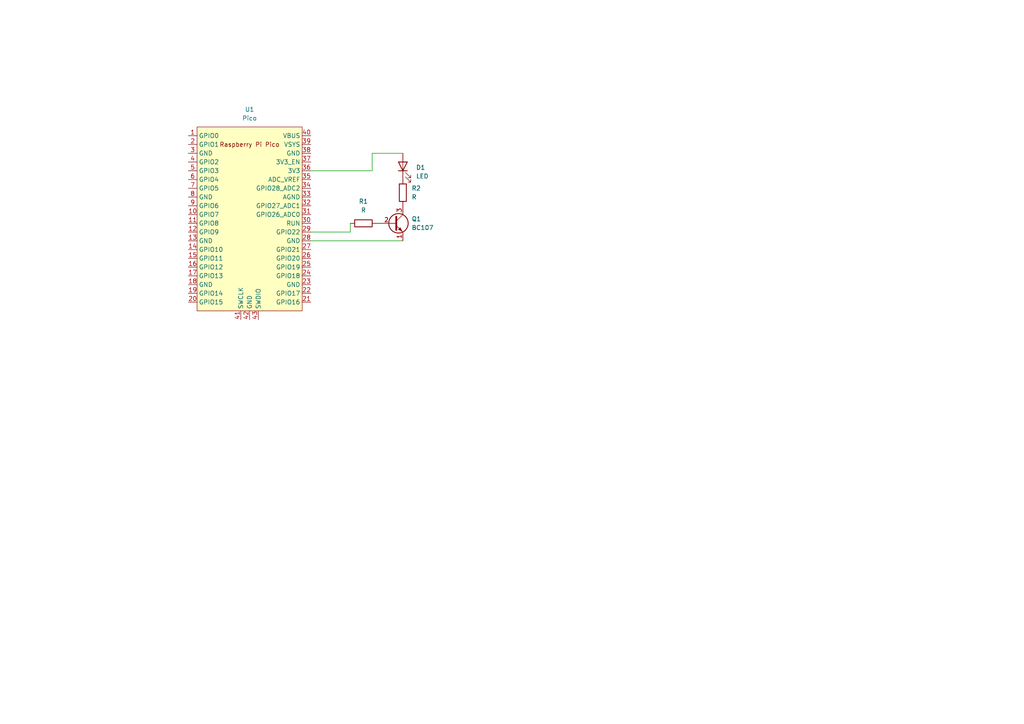
<source format=kicad_sch>
(kicad_sch (version 20231120) (generator "eeschema") (generator_version "8.0")
  (paper "A4")
  (lib_symbols
    (symbol "Device:LED" (pin_numbers hide) (pin_names (offset 1.016) hide)
      (property "Reference" "D" (at 0 2.54 0))
      (property "Value" "LED" (at 0 -2.54 0))
      (symbol "LED_0_1"
        (polyline (pts (xy -1.27 -1.27) (xy -1.27 1.27)) (stroke (width 0.254)))
        (polyline (pts (xy -1.27 0) (xy 1.27 0)))
        (polyline (pts (xy 1.27 -1.27) (xy 1.27 1.27) (xy -1.27 0) (xy 1.27 -1.27)) (stroke (width 0.254)))
        (polyline (pts (xy -3.048 -0.762) (xy -4.572 -2.286) (xy -3.81 -2.286) (xy -4.572 -2.286) (xy -4.572 -1.524)))
        (polyline (pts (xy -1.778 -0.762) (xy -3.302 -2.286) (xy -2.54 -2.286) (xy -3.302 -2.286) (xy -3.302 -1.524)))
      )
      (symbol "LED_1_1"
        (pin passive line (at -3.81 0 0) (length 2.54) (name "K") (number "1"))
        (pin passive line (at 3.81 0 180) (length 2.54) (name "A") (number "2"))
      )
    )
    (symbol "Device:R" (pin_numbers hide) (pin_names (offset 0))
      (property "Reference" "R" (at 2.032 0 90))
      (property "Value" "R" (at 0 0 90))
      (symbol "R_0_1"
        (rectangle (start -1.016 -2.54) (end 1.016 2.54) (stroke (width 0.254)))
      )
      (symbol "R_1_1"
        (pin passive line (at 0 3.81 270) (length 1.27) (name "~") (number "1"))
        (pin passive line (at 0 -3.81 90) (length 1.27) (name "~") (number "2"))
      )
    )
    (symbol "MCU_RaspberryPi_and_Boards:Pico"
      (property "Reference" "U" (at -13.97 27.94 0))
      (property "Value" "Pico" (at 0 19.05 0))
      (symbol "Pico_0_0"
        (text "Raspberry Pi Pico" (at 0 21.59 0) (effects (font (size 1.27 1.27))))
      )
      (symbol "Pico_0_1"
        (rectangle (start -15.24 26.67) (end 15.24 -26.67) (fill (type background)))
      )
      (symbol "Pico_1_1"
        (pin bidirectional line (at -17.78 24.13 0) (length 2.54) (name "GPIO0") (number "1"))
        (pin bidirectional line (at -17.78 1.27 0) (length 2.54) (name "GPIO7") (number "10"))
        (pin bidirectional line (at -17.78 -1.27 0) (length 2.54) (name "GPIO8") (number "11"))
        (pin bidirectional line (at -17.78 -3.81 0) (length 2.54) (name "GPIO9") (number "12"))
        (pin power_in line (at -17.78 -6.35 0) (length 2.54) (name "GND") (number "13"))
        (pin bidirectional line (at -17.78 -8.89 0) (length 2.54) (name "GPIO10") (number "14"))
        (pin bidirectional line (at -17.78 -11.43 0) (length 2.54) (name "GPIO11") (number "15"))
        (pin bidirectional line (at -17.78 -13.97 0) (length 2.54) (name "GPIO12") (number "16"))
        (pin bidirectional line (at -17.78 -16.51 0) (length 2.54) (name "GPIO13") (number "17"))
        (pin power_in line (at -17.78 -19.05 0) (length 2.54) (name "GND") (number "18"))
        (pin bidirectional line (at -17.78 -21.59 0) (length 2.54) (name "GPIO14") (number "19"))
        (pin bidirectional line (at -17.78 21.59 0) (length 2.54) (name "GPIO1") (number "2"))
        (pin bidirectional line (at -17.78 -24.13 0) (length 2.54) (name "GPIO15") (number "20"))
        (pin bidirectional line (at 17.78 -24.13 180) (length 2.54) (name "GPIO16") (number "21"))
        (pin bidirectional line (at 17.78 -21.59 180) (length 2.54) (name "GPIO17") (number "22"))
        (pin power_in line (at 17.78 -19.05 180) (length 2.54) (name "GND") (number "23"))
        (pin bidirectional line (at 17.78 -16.51 180) (length 2.54) (name "GPIO18") (number "24"))
        (pin bidirectional line (at 17.78 -13.97 180) (length 2.54) (name "GPIO19") (number "25"))
        (pin bidirectional line (at 17.78 -11.43 180) (length 2.54) (name "GPIO20") (number "26"))
        (pin bidirectional line (at 17.78 -8.89 180) (length 2.54) (name "GPIO21") (number "27"))
        (pin power_in line (at 17.78 -6.35 180) (length 2.54) (name "GND") (number "28"))
        (pin bidirectional line (at 17.78 -3.81 180) (length 2.54) (name "GPIO22") (number "29"))
        (pin power_in line (at -17.78 19.05 0) (length 2.54) (name "GND") (number "3"))
        (pin input line (at 17.78 -1.27 180) (length 2.54) (name "RUN") (number "30"))
        (pin bidirectional line (at 17.78 1.27 180) (length 2.54) (name "GPIO26_ADC0") (number "31"))
        (pin bidirectional line (at 17.78 3.81 180) (length 2.54) (name "GPIO27_ADC1") (number "32"))
        (pin power_in line (at 17.78 6.35 180) (length 2.54) (name "AGND") (number "33"))
        (pin bidirectional line (at 17.78 8.89 180) (length 2.54) (name "GPIO28_ADC2") (number "34"))
        (pin power_in line (at 17.78 11.43 180) (length 2.54) (name "ADC_VREF") (number "35"))
        (pin power_in line (at 17.78 13.97 180) (length 2.54) (name "3V3") (number "36"))
        (pin input line (at 17.78 16.51 180) (length 2.54) (name "3V3_EN") (number "37"))
        (pin bidirectional line (at 17.78 19.05 180) (length 2.54) (name "GND") (number "38"))
        (pin power_in line (at 17.78 21.59 180) (length 2.54) (name "VSYS") (number "39"))
        (pin bidirectional line (at -17.78 16.51 0) (length 2.54) (name "GPIO2") (number "4"))
        (pin power_in line (at 17.78 24.13 180) (length 2.54) (name "VBUS") (number "40"))
        (pin input line (at -2.54 -29.21 90) (length 2.54) (name "SWCLK") (number "41"))
        (pin power_in line (at 0 -29.21 90) (length 2.54) (name "GND") (number "42"))
        (pin bidirectional line (at 2.54 -29.21 90) (length 2.54) (name "SWDIO") (number "43"))
        (pin bidirectional line (at -17.78 13.97 0) (length 2.54) (name "GPIO3") (number "5"))
        (pin bidirectional line (at -17.78 11.43 0) (length 2.54) (name "GPIO4") (number "6"))
        (pin bidirectional line (at -17.78 8.89 0) (length 2.54) (name "GPIO5") (number "7"))
        (pin power_in line (at -17.78 6.35 0) (length 2.54) (name "GND") (number "8"))
        (pin bidirectional line (at -17.78 3.81 0) (length 2.54) (name "GPIO6") (number "9"))
      )
    )
    (symbol "Transistor_BJT:BC107" (pin_names (offset 0) hide)
      (property "Reference" "Q" (at 5.08 1.905 0))
      (property "Value" "BC107" (at 5.08 0 0))
      (symbol "BC107_0_1"
        (polyline (pts (xy 0.635 0.635) (xy 2.54 2.54)))
        (polyline (pts (xy 0.635 -0.635) (xy 2.54 -2.54) (xy 2.54 -2.54)))
        (polyline (pts (xy 0.635 1.905) (xy 0.635 -1.905) (xy 0.635 -1.905)) (stroke (width 0.508)))
        (polyline (pts (xy 1.27 -1.778) (xy 1.778 -1.27) (xy 2.286 -2.286) (xy 1.27 -1.778) (xy 1.27 -1.778)) (fill (type outline)))
        (circle (center 1.27 0) (radius 2.8194) (stroke (width 0.254)))
      )
      (symbol "BC107_1_1"
        (pin passive line (at 2.54 -5.08 90) (length 2.54) (name "E") (number "1"))
        (pin input line (at -5.08 0 0) (length 5.715) (name "B") (number "2"))
        (pin passive line (at 2.54 5.08 270) (length 2.54) (name "C") (number "3"))
      )
    )
  )
  (wire (pts (xy 107.95 49.53) (xy 90.17 49.53)))
  (wire (pts (xy 101.6 67.31) (xy 90.17 67.31)))
  (wire (pts (xy 107.95 44.45) (xy 107.95 49.53)))
  (wire (pts (xy 107.95 44.45) (xy 116.84 44.45)))
  (wire (pts (xy 101.6 64.77) (xy 101.6 67.31)))
  (wire (pts (xy 90.17 69.85) (xy 116.84 69.85)))
  (symbol (lib_id "MCU_RaspberryPi_and_Boards:Pico") (at 72.39 63.5 0) (unit 1)
    (property "Reference" "U1" (at 72.39 31.75 0))
    (property "Value" "Pico" (at 72.39 34.29 0))
    (property "Footprint" "RPi_Pico_SMD_TH" (effects (hide yes)))
  )
  (symbol (lib_id "Device:R") (at 105.41 64.77 90) (unit 1)
    (property "Reference" "R1" (at 105.41 58.42 90))
    (property "Value" "R" (at 105.41 60.96 90))
    (property "Footprint" "Resistor_SMD:R_0201_0603Metric" (effects (hide yes)))
    (property "Description" "Resistor" (effects (hide yes)))
  )
  (symbol (lib_id "Transistor_BJT:BC107") (at 114.3 64.77 0) (unit 1)
    (property "Reference" "Q1" (at 119.38 63.4999 0) (effects (justify left)))
    (property "Value" "BC107" (at 119.38 66.0399 0) (effects (justify left)))
    (property "Footprint" "Package_TO_SOT_THT:TO-18-3" (effects (hide yes)))
    (property "Datasheet" "http://www.b-kainka.de/Daten/Transistor/BC108.pdf" (effects (hide yes)))
    (property "Description" "0.1A Ic, 50V Vce, Low Noise General Purpose NPN Transistor, TO-18" (effects (hide yes)))
  )
  (symbol (lib_id "Device:R") (at 116.84 55.88 180) (unit 1)
    (property "Reference" "R2" (at 119.38 54.6099 0) (effects (justify right)))
    (property "Value" "R" (at 119.38 57.1499 0) (effects (justify right)))
    (property "Footprint" "Resistor_SMD:R_0201_0603Metric" (effects (hide yes)))
    (property "Description" "Resistor" (effects (hide yes)))
  )
  (symbol (lib_id "Device:LED") (at 116.84 48.26 90) (unit 1)
    (property "Reference" "D1" (at 120.65 48.5774 90) (effects (justify right)))
    (property "Value" "LED" (at 120.65 51.1174 90) (effects (justify right)))
    (property "Footprint" "LED_THT:LED_D10.0mm" (effects (hide yes)))
    (property "Description" "Light emitting diode" (effects (hide yes)))
  )
)
</source>
